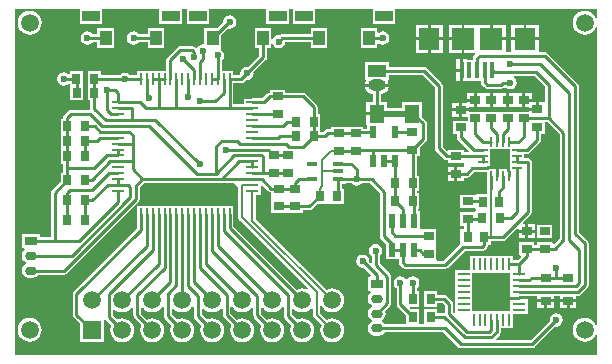
<source format=gtl>
G04 Layer_Physical_Order=1*
G04 Layer_Color=255*
%FSLAX42Y42*%
%MOMM*%
G71*
G01*
G75*
%ADD10R,1.00X0.25*%
%ADD11R,0.25X1.00*%
%ADD12R,0.90X0.70*%
%ADD13R,0.80X0.90*%
%ADD14R,1.50X0.90*%
%ADD15R,1.00X1.30*%
%ADD16R,1.68X1.68*%
%ADD17R,0.82X0.26*%
%ADD18R,0.26X0.82*%
%ADD19R,0.70X0.90*%
%ADD20R,0.40X1.35*%
%ADD21R,1.80X1.90*%
%ADD22R,1.90X1.90*%
%ADD23R,0.90X0.40*%
%ADD24R,0.56X1.27*%
%ADD25R,3.25X3.25*%
%ADD26R,0.27X1.01*%
%ADD27R,1.01X0.27*%
%ADD28R,0.60X1.10*%
%ADD29R,1.30X1.50*%
%ADD30C,0.25*%
%ADD31C,0.20*%
%ADD32C,0.50*%
%ADD33O,1.00X0.75*%
%ADD34R,1.00X0.75*%
%ADD35C,1.52*%
%ADD36C,1.50*%
%ADD37R,1.50X1.50*%
%ADD38O,1.50X1.00*%
%ADD39R,1.50X1.00*%
%ADD40C,0.60*%
G36*
X12467Y8691D02*
X12454Y8689D01*
X12449Y8701D01*
X12432Y8722D01*
X12411Y8739D01*
X12387Y8749D01*
X12360Y8752D01*
X12333Y8749D01*
X12309Y8739D01*
X12288Y8722D01*
X12271Y8701D01*
X12261Y8677D01*
X12258Y8650D01*
X12261Y8623D01*
X12271Y8599D01*
X12288Y8578D01*
X12309Y8561D01*
X12333Y8551D01*
X12360Y8548D01*
X12387Y8551D01*
X12411Y8561D01*
X12432Y8578D01*
X12449Y8599D01*
X12454Y8611D01*
X12467Y8609D01*
Y6091D01*
X12454Y6089D01*
X12449Y6101D01*
X12432Y6122D01*
X12411Y6139D01*
X12387Y6149D01*
X12360Y6152D01*
X12333Y6149D01*
X12309Y6139D01*
X12288Y6122D01*
X12271Y6101D01*
X12261Y6077D01*
X12258Y6050D01*
X12261Y6023D01*
X12271Y5999D01*
X12288Y5978D01*
X12309Y5961D01*
X12333Y5951D01*
X12360Y5948D01*
X12387Y5951D01*
X12411Y5961D01*
X12432Y5978D01*
X12449Y5999D01*
X12454Y6011D01*
X12467Y6009D01*
Y5833D01*
X7533D01*
Y8767D01*
X8085D01*
Y8640D01*
X8275D01*
Y8767D01*
X8760D01*
Y8640D01*
X8950D01*
Y8767D01*
X8990D01*
Y8640D01*
X9180D01*
Y8767D01*
X9665D01*
Y8640D01*
X9855D01*
Y8767D01*
X9890D01*
Y8640D01*
X10080D01*
Y8767D01*
X10565D01*
Y8640D01*
X10755D01*
Y8767D01*
X12467D01*
Y8691D01*
D02*
G37*
%LPC*%
G36*
X8800Y8605D02*
X8660D01*
Y8553D01*
X8584D01*
X8580Y8560D01*
X8562Y8572D01*
X8540Y8576D01*
X8518Y8572D01*
X8500Y8560D01*
X8488Y8542D01*
X8484Y8520D01*
X8488Y8498D01*
X8500Y8480D01*
X8518Y8468D01*
X8540Y8464D01*
X8562Y8468D01*
X8580Y8480D01*
X8584Y8487D01*
X8660D01*
Y8435D01*
X8800D01*
Y8605D01*
D02*
G37*
G36*
X8375Y8605D02*
X8235D01*
Y8553D01*
X8194D01*
X8190Y8560D01*
X8172Y8572D01*
X8150Y8576D01*
X8128Y8572D01*
X8110Y8560D01*
X8098Y8542D01*
X8094Y8520D01*
X8098Y8498D01*
X8110Y8480D01*
X8128Y8468D01*
X8150Y8464D01*
X8172Y8468D01*
X8190Y8480D01*
X8194Y8487D01*
X8235D01*
Y8435D01*
X8375D01*
Y8605D01*
D02*
G37*
G36*
X7660Y8752D02*
X7633Y8749D01*
X7609Y8739D01*
X7588Y8722D01*
X7571Y8701D01*
X7561Y8677D01*
X7558Y8650D01*
X7561Y8623D01*
X7571Y8599D01*
X7588Y8578D01*
X7609Y8561D01*
X7633Y8551D01*
X7660Y8548D01*
X7687Y8551D01*
X7711Y8561D01*
X7732Y8578D01*
X7749Y8599D01*
X7759Y8623D01*
X7762Y8650D01*
X7759Y8677D01*
X7749Y8701D01*
X7732Y8722D01*
X7711Y8739D01*
X7687Y8749D01*
X7660Y8752D01*
D02*
G37*
G36*
X11970Y8634D02*
X11867D01*
Y8526D01*
X11970D01*
Y8634D01*
D02*
G37*
G36*
X11690D02*
X11582D01*
Y8526D01*
X11690D01*
Y8634D01*
D02*
G37*
G36*
X11160D02*
X11057D01*
Y8526D01*
X11160D01*
Y8634D01*
D02*
G37*
G36*
X11842D02*
X11739D01*
Y8526D01*
X11842D01*
Y8634D01*
D02*
G37*
G36*
X11032D02*
X10929D01*
Y8526D01*
X11032D01*
Y8634D01*
D02*
G37*
G36*
X11317D02*
X11209D01*
Y8526D01*
X11317D01*
Y8634D01*
D02*
G37*
G36*
X9355Y8711D02*
X9333Y8707D01*
X9315Y8695D01*
X9303Y8677D01*
X9299Y8656D01*
X9248Y8605D01*
X9140D01*
Y8475D01*
X9130Y8466D01*
X9130Y8466D01*
X9108Y8462D01*
X9090Y8450D01*
X9081Y8436D01*
X9068Y8433D01*
X9065Y8434D01*
X9056Y8444D01*
X9045Y8451D01*
X9032Y8453D01*
X8937D01*
X8924Y8451D01*
X8914Y8444D01*
X8829Y8359D01*
X8822Y8348D01*
X8819Y8335D01*
Y8240D01*
X8570D01*
Y8203D01*
X8512D01*
X8507Y8210D01*
X8489Y8222D01*
X8468Y8226D01*
X8446Y8222D01*
X8428Y8210D01*
X8425Y8206D01*
X8262D01*
Y8238D01*
X8153D01*
Y8107D01*
X8153D01*
Y7993D01*
X8174D01*
Y7922D01*
X8174Y7921D01*
X8164Y7908D01*
X8010D01*
X7997Y7906D01*
X7986Y7899D01*
X7954Y7866D01*
X7947Y7855D01*
X7944Y7843D01*
Y7838D01*
X7922D01*
Y7708D01*
Y7580D01*
Y7453D01*
X7944D01*
Y7380D01*
X7922D01*
Y7307D01*
X7849Y7234D01*
X7842Y7223D01*
X7839Y7210D01*
Y6834D01*
X7745D01*
Y6864D01*
X7595D01*
Y6738D01*
X7614D01*
X7618Y6725D01*
X7612Y6721D01*
X7598Y6701D01*
X7593Y6676D01*
X7598Y6651D01*
X7612Y6631D01*
X7627Y6621D01*
Y6606D01*
X7612Y6596D01*
X7598Y6576D01*
X7593Y6551D01*
X7598Y6526D01*
X7612Y6506D01*
X7633Y6492D01*
X7657Y6487D01*
X7682D01*
X7707Y6492D01*
X7728Y6506D01*
X7735Y6517D01*
X7955D01*
X7967Y6519D01*
X7978Y6526D01*
X8581Y7129D01*
X8588Y7140D01*
X8591Y7153D01*
Y7253D01*
X8629Y7291D01*
X9285D01*
X9287Y7292D01*
X9388D01*
X9424Y7256D01*
Y7005D01*
X9424Y7005D01*
X9427Y6993D01*
X9433Y6983D01*
X10015Y6402D01*
X10007Y6391D01*
X9994Y6397D01*
X9968Y6400D01*
X9942Y6397D01*
X9924Y6390D01*
X9386Y6928D01*
Y7030D01*
X9385Y7034D01*
Y7100D01*
X9185D01*
Y7100D01*
X9035D01*
Y7100D01*
X8920D01*
Y7100D01*
X8770D01*
Y7100D01*
X8685D01*
Y7100D01*
X8570D01*
Y7034D01*
X8569Y7030D01*
Y6911D01*
X8034Y6376D01*
X8027Y6365D01*
X8024Y6353D01*
Y6178D01*
X8027Y6165D01*
X8034Y6154D01*
X8090Y6098D01*
Y5945D01*
X8290D01*
Y6134D01*
X8290Y6134D01*
Y6134D01*
X8290Y6137D01*
X8298Y6139D01*
D01*
X8298Y6139D01*
X8309Y6133D01*
X8353Y6089D01*
X8346Y6071D01*
X8343Y6045D01*
X8346Y6019D01*
X8356Y5994D01*
X8372Y5973D01*
X8393Y5957D01*
X8418Y5947D01*
X8444Y5944D01*
X8470Y5947D01*
X8495Y5957D01*
X8516Y5973D01*
X8532Y5994D01*
X8542Y6019D01*
X8545Y6045D01*
X8542Y6071D01*
X8532Y6096D01*
X8516Y6117D01*
X8495Y6133D01*
X8470Y6143D01*
X8444Y6146D01*
X8418Y6143D01*
X8400Y6136D01*
X8363Y6173D01*
Y6220D01*
X8376Y6225D01*
X8393Y6211D01*
X8418Y6201D01*
X8444Y6198D01*
X8470Y6201D01*
X8495Y6211D01*
X8516Y6227D01*
X8526Y6242D01*
X8539Y6237D01*
Y6171D01*
X8542Y6158D01*
X8549Y6147D01*
X8607Y6089D01*
X8600Y6071D01*
X8597Y6045D01*
X8600Y6019D01*
X8610Y5994D01*
X8626Y5973D01*
X8647Y5957D01*
X8672Y5947D01*
X8698Y5944D01*
X8724Y5947D01*
X8749Y5957D01*
X8770Y5973D01*
X8786Y5994D01*
X8796Y6019D01*
X8799Y6045D01*
X8796Y6071D01*
X8786Y6096D01*
X8770Y6117D01*
X8749Y6133D01*
X8724Y6143D01*
X8698Y6146D01*
X8672Y6143D01*
X8654Y6136D01*
X8606Y6184D01*
Y6233D01*
X8619Y6238D01*
X8626Y6227D01*
X8647Y6211D01*
X8672Y6201D01*
X8698Y6198D01*
X8724Y6201D01*
X8749Y6211D01*
X8770Y6227D01*
X8784Y6246D01*
X8793Y6245D01*
X8797Y6243D01*
Y6167D01*
X8799Y6154D01*
X8806Y6143D01*
X8861Y6089D01*
X8854Y6071D01*
X8851Y6045D01*
X8854Y6019D01*
X8864Y5994D01*
X8880Y5973D01*
X8901Y5957D01*
X8926Y5947D01*
X8952Y5944D01*
X8978Y5947D01*
X9003Y5957D01*
X9024Y5973D01*
X9040Y5994D01*
X9050Y6019D01*
X9053Y6045D01*
X9050Y6071D01*
X9040Y6096D01*
X9024Y6117D01*
X9003Y6133D01*
X8978Y6143D01*
X8952Y6146D01*
X8926Y6143D01*
X8908Y6136D01*
X8863Y6181D01*
Y6229D01*
X8876Y6233D01*
X8880Y6227D01*
X8901Y6211D01*
X8926Y6201D01*
X8952Y6198D01*
X8978Y6201D01*
X9003Y6211D01*
X9024Y6227D01*
X9039Y6247D01*
X9040Y6247D01*
X9052Y6239D01*
Y6166D01*
X9054Y6153D01*
X9061Y6142D01*
X9115Y6089D01*
X9108Y6071D01*
X9105Y6045D01*
X9108Y6019D01*
X9118Y5994D01*
X9134Y5973D01*
X9155Y5957D01*
X9180Y5947D01*
X9206Y5944D01*
X9232Y5947D01*
X9257Y5957D01*
X9278Y5973D01*
X9294Y5994D01*
X9304Y6019D01*
X9307Y6045D01*
X9304Y6071D01*
X9294Y6096D01*
X9278Y6117D01*
X9257Y6133D01*
X9232Y6143D01*
X9206Y6146D01*
X9180Y6143D01*
X9162Y6136D01*
X9118Y6180D01*
Y6229D01*
X9130Y6233D01*
X9134Y6227D01*
X9155Y6211D01*
X9180Y6201D01*
X9206Y6198D01*
X9232Y6201D01*
X9257Y6211D01*
X9278Y6227D01*
X9281Y6232D01*
X9294Y6228D01*
Y6178D01*
X9297Y6165D01*
X9304Y6154D01*
X9369Y6089D01*
X9362Y6071D01*
X9359Y6045D01*
X9362Y6019D01*
X9372Y5994D01*
X9388Y5973D01*
X9409Y5957D01*
X9434Y5947D01*
X9460Y5944D01*
X9486Y5947D01*
X9511Y5957D01*
X9532Y5973D01*
X9548Y5994D01*
X9558Y6019D01*
X9561Y6045D01*
X9558Y6071D01*
X9548Y6096D01*
X9532Y6117D01*
X9511Y6133D01*
X9486Y6143D01*
X9460Y6146D01*
X9434Y6143D01*
X9416Y6136D01*
X9361Y6191D01*
Y6243D01*
X9368Y6246D01*
X9374Y6247D01*
X9388Y6227D01*
X9409Y6211D01*
X9434Y6201D01*
X9460Y6198D01*
X9486Y6201D01*
X9511Y6211D01*
X9532Y6227D01*
X9541Y6240D01*
X9554Y6236D01*
Y6172D01*
X9557Y6159D01*
X9564Y6148D01*
X9623Y6089D01*
X9616Y6071D01*
X9613Y6045D01*
X9616Y6019D01*
X9626Y5994D01*
X9642Y5973D01*
X9663Y5957D01*
X9688Y5947D01*
X9714Y5944D01*
X9740Y5947D01*
X9765Y5957D01*
X9786Y5973D01*
X9802Y5994D01*
X9812Y6019D01*
X9815Y6045D01*
X9812Y6071D01*
X9802Y6096D01*
X9786Y6117D01*
X9765Y6133D01*
X9740Y6143D01*
X9714Y6146D01*
X9688Y6143D01*
X9670Y6136D01*
X9621Y6185D01*
Y6235D01*
X9634Y6239D01*
X9642Y6227D01*
X9663Y6211D01*
X9688Y6201D01*
X9714Y6198D01*
X9740Y6201D01*
X9765Y6211D01*
X9786Y6227D01*
X9799Y6245D01*
X9812Y6240D01*
Y6168D01*
X9814Y6155D01*
X9821Y6144D01*
X9877Y6089D01*
X9870Y6071D01*
X9867Y6045D01*
X9870Y6019D01*
X9880Y5994D01*
X9896Y5973D01*
X9917Y5957D01*
X9942Y5947D01*
X9968Y5944D01*
X9994Y5947D01*
X10019Y5957D01*
X10040Y5973D01*
X10056Y5994D01*
X10066Y6019D01*
X10069Y6045D01*
X10066Y6071D01*
X10056Y6096D01*
X10040Y6117D01*
X10019Y6133D01*
X9994Y6143D01*
X9968Y6146D01*
X9942Y6143D01*
X9924Y6136D01*
X9878Y6182D01*
Y6230D01*
X9891Y6234D01*
X9896Y6227D01*
X9917Y6211D01*
X9942Y6201D01*
X9968Y6198D01*
X9994Y6201D01*
X10019Y6211D01*
X10040Y6227D01*
X10047Y6237D01*
X10059Y6232D01*
Y6177D01*
X10059Y6177D01*
X10062Y6165D01*
X10068Y6155D01*
X10132Y6091D01*
X10124Y6071D01*
X10121Y6045D01*
X10124Y6019D01*
X10134Y5994D01*
X10150Y5973D01*
X10171Y5957D01*
X10196Y5947D01*
X10222Y5944D01*
X10248Y5947D01*
X10273Y5957D01*
X10294Y5973D01*
X10310Y5994D01*
X10320Y6019D01*
X10323Y6045D01*
X10320Y6071D01*
X10310Y6096D01*
X10294Y6117D01*
X10273Y6133D01*
X10248Y6143D01*
X10222Y6146D01*
X10196Y6143D01*
X10176Y6135D01*
X10121Y6190D01*
Y6248D01*
X10133Y6251D01*
X10134Y6248D01*
X10150Y6227D01*
X10171Y6211D01*
X10196Y6201D01*
X10222Y6198D01*
X10248Y6201D01*
X10273Y6211D01*
X10294Y6227D01*
X10310Y6248D01*
X10320Y6273D01*
X10323Y6299D01*
X10320Y6325D01*
X10310Y6350D01*
X10294Y6371D01*
X10273Y6387D01*
X10248Y6397D01*
X10222Y6400D01*
X10196Y6397D01*
X10176Y6389D01*
X9578Y6986D01*
Y7193D01*
X9618D01*
Y7269D01*
X9629Y7274D01*
X9681Y7221D01*
X9692Y7214D01*
X9705Y7212D01*
Y7150D01*
Y7040D01*
X9835D01*
Y7040D01*
X9845Y7040D01*
Y7040D01*
X9975D01*
Y7062D01*
X10030D01*
X10043Y7064D01*
X10054Y7071D01*
X10097Y7115D01*
X10170D01*
Y7239D01*
X10170Y7239D01*
X10170Y7115D01*
X10320D01*
Y7245D01*
X10303D01*
Y7285D01*
X10335D01*
Y7292D01*
X10386D01*
X10390Y7285D01*
X10408Y7273D01*
X10430Y7269D01*
X10452Y7273D01*
X10470Y7285D01*
X10474Y7292D01*
X10541D01*
X10627Y7206D01*
Y6841D01*
X10629Y6828D01*
X10636Y6818D01*
X10678Y6776D01*
Y6645D01*
X10787D01*
Y6620D01*
X10789Y6607D01*
X10796Y6596D01*
X10816Y6576D01*
X10827Y6569D01*
X10840Y6567D01*
X11180D01*
X11193Y6569D01*
X11204Y6576D01*
X11344Y6717D01*
X11490D01*
X11503Y6719D01*
X11514Y6726D01*
X11531Y6744D01*
X11538Y6755D01*
X11541Y6768D01*
Y6770D01*
X11568D01*
Y6802D01*
X11668D01*
X11681Y6804D01*
X11691Y6811D01*
X11788Y6908D01*
X11800Y6903D01*
Y6898D01*
X11857D01*
Y6945D01*
X11842D01*
X11837Y6957D01*
X11901Y7021D01*
X11908Y7032D01*
X11911Y7045D01*
Y7470D01*
X11908Y7483D01*
X11901Y7494D01*
X11890Y7501D01*
X11878Y7503D01*
X11849D01*
Y7537D01*
X11868D01*
X11880Y7539D01*
X11891Y7546D01*
X11981Y7636D01*
X11988Y7647D01*
X11991Y7660D01*
Y7710D01*
X12022D01*
Y7809D01*
X12041D01*
X12147Y7704D01*
Y6824D01*
X12098Y6775D01*
X12085Y6780D01*
Y6790D01*
X11955D01*
Y6768D01*
X11935D01*
Y6790D01*
X11805D01*
Y6680D01*
X11816D01*
X11821Y6668D01*
X11792Y6639D01*
X11754D01*
Y6676D01*
X11386D01*
Y6558D01*
X11382D01*
Y6554D01*
X11264D01*
Y6486D01*
Y6387D01*
Y6287D01*
Y6198D01*
X11252Y6193D01*
X11243Y6200D01*
Y6270D01*
X11241Y6283D01*
X11234Y6294D01*
X11194Y6334D01*
X11183Y6341D01*
X11170Y6343D01*
X11110D01*
Y6375D01*
X11000D01*
Y6245D01*
X11110D01*
Y6277D01*
X11156D01*
X11177Y6256D01*
Y6199D01*
X11170Y6193D01*
X11110D01*
Y6225D01*
X11000D01*
Y6096D01*
X10960D01*
Y6225D01*
X10887D01*
X10880Y6234D01*
X10885Y6245D01*
X10960D01*
Y6375D01*
X10938D01*
Y6401D01*
X10945Y6405D01*
X10957Y6423D01*
X10961Y6445D01*
X10957Y6467D01*
X10945Y6485D01*
X10927Y6497D01*
X10905Y6501D01*
X10883Y6497D01*
X10865Y6485D01*
X10860Y6478D01*
X10845D01*
X10840Y6485D01*
X10822Y6497D01*
X10800Y6501D01*
X10778Y6497D01*
X10760Y6485D01*
X10748Y6467D01*
X10744Y6445D01*
X10748Y6423D01*
X10760Y6405D01*
X10767Y6401D01*
Y6265D01*
X10769Y6252D01*
X10776Y6241D01*
X10850Y6168D01*
Y6096D01*
X10666D01*
X10658Y6108D01*
X10643Y6118D01*
Y6132D01*
X10658Y6142D01*
X10672Y6163D01*
X10677Y6187D01*
X10672Y6212D01*
X10672Y6212D01*
X10714Y6254D01*
X10721Y6265D01*
X10723Y6277D01*
Y6500D01*
X10721Y6513D01*
X10714Y6524D01*
X10623Y6614D01*
Y6676D01*
X10630Y6680D01*
X10642Y6698D01*
X10646Y6720D01*
X10642Y6742D01*
X10630Y6760D01*
X10612Y6772D01*
X10590Y6776D01*
X10568Y6772D01*
X10550Y6760D01*
X10538Y6742D01*
X10534Y6720D01*
X10538Y6698D01*
X10550Y6680D01*
X10557Y6676D01*
Y6617D01*
X10545Y6612D01*
X10535Y6622D01*
X10536Y6630D01*
X10532Y6652D01*
X10520Y6670D01*
X10502Y6682D01*
X10480Y6686D01*
X10458Y6682D01*
X10440Y6670D01*
X10428Y6652D01*
X10424Y6630D01*
X10428Y6608D01*
X10440Y6590D01*
X10458Y6578D01*
X10480Y6574D01*
X10488Y6575D01*
X10551Y6512D01*
X10546Y6500D01*
X10525D01*
Y6375D01*
X10544D01*
X10548Y6362D01*
X10542Y6358D01*
X10528Y6337D01*
X10523Y6313D01*
X10528Y6288D01*
X10542Y6267D01*
X10557Y6257D01*
Y6243D01*
X10542Y6233D01*
X10528Y6212D01*
X10523Y6187D01*
X10528Y6163D01*
X10542Y6142D01*
X10557Y6132D01*
Y6118D01*
X10542Y6108D01*
X10528Y6087D01*
X10523Y6062D01*
X10528Y6038D01*
X10542Y6017D01*
X10563Y6003D01*
X10588Y5998D01*
X10612D01*
X10637Y6003D01*
X10658Y6017D01*
X10666Y6029D01*
X11164D01*
X11286Y5906D01*
X11297Y5899D01*
X11310Y5897D01*
X11916D01*
X11929Y5899D01*
X11940Y5906D01*
X12112Y6079D01*
X12120Y6077D01*
X12142Y6081D01*
X12160Y6094D01*
X12172Y6112D01*
X12176Y6134D01*
X12172Y6155D01*
X12160Y6173D01*
X12142Y6186D01*
X12120Y6190D01*
X12098Y6186D01*
X12080Y6173D01*
X12068Y6155D01*
X12064Y6134D01*
X12065Y6126D01*
X11903Y5963D01*
X11611D01*
X11606Y5975D01*
X11640Y6008D01*
X11647Y6019D01*
X11650Y6032D01*
Y6063D01*
X11754D01*
Y6182D01*
X11758D01*
Y6187D01*
X11876D01*
Y6281D01*
X11882D01*
Y6307D01*
X11806D01*
Y6333D01*
X11882D01*
Y6337D01*
X11960D01*
Y6308D01*
X12100D01*
Y6337D01*
X12150D01*
Y6308D01*
X12290D01*
Y6337D01*
X12300D01*
X12313Y6339D01*
X12324Y6346D01*
X12384Y6406D01*
X12391Y6417D01*
X12393Y6430D01*
Y6780D01*
X12391Y6793D01*
X12384Y6804D01*
X12313Y6874D01*
Y8110D01*
X12311Y8123D01*
X12304Y8134D01*
X12044Y8394D01*
X12033Y8401D01*
X12020Y8403D01*
X11970D01*
Y8501D01*
X11854D01*
X11739D01*
Y8403D01*
X11690D01*
Y8501D01*
X11569D01*
Y8514D01*
X11557D01*
Y8634D01*
X11342D01*
Y8514D01*
Y8393D01*
X11429D01*
X11434Y8381D01*
X11426Y8373D01*
X11418Y8362D01*
X11416Y8349D01*
Y8333D01*
X11365D01*
Y8339D01*
X11332D01*
Y8246D01*
Y8153D01*
X11365D01*
Y8158D01*
X11481D01*
Y8146D01*
X11483Y8133D01*
X11491Y8122D01*
X11511Y8101D01*
X11522Y8094D01*
X11535Y8092D01*
X11655D01*
X11668Y8094D01*
X11675Y8099D01*
X11690Y8100D01*
X11708Y8088D01*
X11730Y8084D01*
X11752Y8088D01*
X11770Y8100D01*
X11782Y8118D01*
X11786Y8140D01*
X11782Y8162D01*
X11770Y8180D01*
X11761Y8186D01*
X11765Y8199D01*
X11934D01*
X12022Y8111D01*
Y7975D01*
X11970D01*
Y7915D01*
X11957D01*
Y7902D01*
X11887D01*
Y7897D01*
X11778D01*
Y7897D01*
X11775D01*
Y7897D01*
X11645D01*
Y7897D01*
X11632D01*
Y7897D01*
X11503D01*
Y7897D01*
X11497D01*
Y7897D01*
X11380D01*
Y7900D01*
X11323D01*
Y7852D01*
X11368D01*
Y7818D01*
X11245D01*
Y7707D01*
X11277D01*
Y7680D01*
X11279Y7667D01*
X11286Y7656D01*
X11378Y7565D01*
X11373Y7553D01*
X11335D01*
Y7575D01*
X11205D01*
Y7570D01*
X11192Y7565D01*
X11157Y7600D01*
Y8117D01*
X11154Y8129D01*
X11147Y8140D01*
X11021Y8266D01*
X11010Y8273D01*
X10998Y8276D01*
X10700D01*
Y8318D01*
X10500D01*
Y8167D01*
X10504D01*
X10505Y8164D01*
X10509Y8154D01*
X10502Y8137D01*
X10501Y8130D01*
X10600D01*
X10699D01*
X10698Y8137D01*
X10691Y8154D01*
X10695Y8164D01*
X10696Y8167D01*
X10700D01*
Y8209D01*
X10984D01*
X11090Y8103D01*
Y7587D01*
X11093Y7574D01*
X11100Y7563D01*
X11166Y7496D01*
X11177Y7489D01*
X11190Y7487D01*
X11205D01*
Y7465D01*
X11335D01*
Y7436D01*
X11333Y7430D01*
X11283D01*
Y7370D01*
Y7310D01*
X11340D01*
Y7337D01*
X11360D01*
X11373Y7339D01*
X11384Y7346D01*
X11410Y7372D01*
X11419Y7381D01*
X11419Y7382D01*
X11535D01*
Y7352D01*
X11534Y7350D01*
Y7245D01*
X11537Y7232D01*
X11537Y7232D01*
Y7200D01*
X11438D01*
Y7200D01*
X11432Y7193D01*
X11303D01*
Y7082D01*
X11432D01*
X11433Y7081D01*
X11437Y7070D01*
X11438Y7060D01*
X11435Y7048D01*
X11432Y7043D01*
X11303D01*
Y6932D01*
X11334D01*
Y6900D01*
X11307D01*
Y6774D01*
X11306Y6774D01*
X11166Y6633D01*
X11115D01*
X11105Y6640D01*
Y6750D01*
Y6790D01*
Y6900D01*
X10975D01*
Y6891D01*
X10975Y6891D01*
X10962Y6901D01*
Y7055D01*
X10947D01*
Y7075D01*
X10960D01*
Y7205D01*
X10938D01*
Y7225D01*
X10960D01*
Y7355D01*
X10938D01*
Y7520D01*
X10965D01*
Y7593D01*
X11014Y7641D01*
X11021Y7652D01*
X11023Y7665D01*
Y7798D01*
X11021Y7810D01*
X11014Y7821D01*
X10985Y7850D01*
Y7975D01*
X10815D01*
Y7926D01*
X10690D01*
Y7980D01*
X10633D01*
Y8043D01*
X10645Y8044D01*
X10663Y8052D01*
X10679Y8064D01*
X10691Y8079D01*
X10698Y8098D01*
X10699Y8105D01*
X10600D01*
X10501D01*
X10502Y8098D01*
X10509Y8079D01*
X10521Y8064D01*
X10537Y8052D01*
X10555Y8044D01*
X10567Y8043D01*
Y7980D01*
X10510D01*
Y7893D01*
X10600D01*
Y7867D01*
X10510D01*
Y7780D01*
X10515D01*
Y7753D01*
X10485D01*
Y7770D01*
X10355D01*
Y7770D01*
X10345Y7770D01*
Y7770D01*
X10215D01*
Y7748D01*
X10185D01*
X10172Y7746D01*
X10161Y7739D01*
X10146Y7723D01*
X10120D01*
Y7875D01*
X10098D01*
Y7935D01*
X10096Y7948D01*
X10089Y7959D01*
X9999Y8049D01*
X9988Y8056D01*
X9975Y8058D01*
X9825D01*
Y8080D01*
X9695D01*
Y8058D01*
X9682Y8056D01*
X9671Y8049D01*
X9631Y8008D01*
X9547D01*
X9543Y8007D01*
X9478D01*
Y7958D01*
X9386D01*
Y8137D01*
X9450D01*
X9463Y8139D01*
X9474Y8146D01*
X9492Y8165D01*
X9500Y8164D01*
X9522Y8168D01*
X9540Y8180D01*
X9552Y8198D01*
X9556Y8220D01*
X9555Y8228D01*
X9659Y8331D01*
X9666Y8342D01*
X9668Y8355D01*
Y8435D01*
X9705D01*
Y8468D01*
X9718Y8469D01*
X9718Y8468D01*
X9730Y8450D01*
X9748Y8438D01*
X9770Y8434D01*
X9792Y8438D01*
X9810Y8450D01*
X9822Y8468D01*
X9826Y8487D01*
X10040D01*
Y8435D01*
X10180D01*
Y8605D01*
X10040D01*
Y8553D01*
X9800D01*
X9787Y8551D01*
X9778Y8545D01*
X9770Y8546D01*
X9748Y8542D01*
X9730Y8530D01*
X9718Y8512D01*
X9718Y8511D01*
X9705Y8512D01*
Y8605D01*
X9565D01*
Y8435D01*
X9602D01*
Y8369D01*
X9508Y8275D01*
X9500Y8276D01*
X9478Y8272D01*
X9460Y8260D01*
X9448Y8242D01*
X9444Y8220D01*
X9445Y8212D01*
X9436Y8203D01*
X9385D01*
Y8240D01*
X9286D01*
Y8328D01*
X9292Y8333D01*
X9305Y8351D01*
X9309Y8372D01*
X9305Y8394D01*
X9292Y8412D01*
X9278Y8422D01*
X9280Y8435D01*
X9280D01*
Y8543D01*
X9339Y8602D01*
X9355Y8599D01*
X9377Y8603D01*
X9395Y8615D01*
X9407Y8633D01*
X9411Y8655D01*
X9407Y8677D01*
X9395Y8695D01*
X9377Y8707D01*
X9355Y8711D01*
D02*
G37*
G36*
X10605Y8605D02*
X10465D01*
Y8435D01*
X10605D01*
Y8468D01*
X10618Y8475D01*
X10628Y8468D01*
X10650Y8464D01*
X10672Y8468D01*
X10690Y8480D01*
X10702Y8498D01*
X10706Y8520D01*
X10702Y8542D01*
X10690Y8560D01*
X10672Y8572D01*
X10650Y8576D01*
X10628Y8572D01*
X10618Y8565D01*
X10605Y8572D01*
Y8605D01*
D02*
G37*
G36*
X11317Y8501D02*
X11209D01*
Y8393D01*
X11317D01*
Y8501D01*
D02*
G37*
G36*
X11160D02*
X11057D01*
Y8393D01*
X11160D01*
Y8501D01*
D02*
G37*
G36*
X11032D02*
X10929D01*
Y8393D01*
X11032D01*
Y8501D01*
D02*
G37*
G36*
X11307Y8339D02*
X11274D01*
Y8259D01*
X11307D01*
Y8339D01*
D02*
G37*
G36*
X8112Y8238D02*
X8003D01*
Y8217D01*
X7990Y8212D01*
X7972Y8225D01*
X7950Y8229D01*
X7928Y8225D01*
X7910Y8212D01*
X7898Y8194D01*
X7894Y8172D01*
X7898Y8151D01*
X7910Y8133D01*
X7928Y8120D01*
X7950Y8116D01*
X7972Y8120D01*
X7990Y8133D01*
X8003Y8128D01*
Y8107D01*
X8003D01*
Y7993D01*
X8113D01*
Y8122D01*
X8112D01*
Y8238D01*
D02*
G37*
G36*
X11307Y8233D02*
X11274D01*
Y8153D01*
X11307D01*
Y8233D01*
D02*
G37*
G36*
X11913Y8053D02*
X11855D01*
Y8005D01*
X11913D01*
Y8053D01*
D02*
G37*
G36*
X11420D02*
X11362D01*
Y8005D01*
X11420D01*
Y8053D01*
D02*
G37*
G36*
X11830D02*
X11723D01*
Y7993D01*
Y7932D01*
X11830D01*
Y7993D01*
Y8053D01*
D02*
G37*
G36*
X11555D02*
X11445D01*
Y7993D01*
Y7932D01*
X11555D01*
Y7993D01*
Y8053D01*
D02*
G37*
G36*
X11638Y8053D02*
Y8053D01*
X11580D01*
Y7993D01*
Y7932D01*
X11638D01*
Y7932D01*
X11640D01*
Y7932D01*
X11697D01*
Y7993D01*
Y8053D01*
X11640D01*
Y8053D01*
X11638D01*
D02*
G37*
G36*
X11913Y7980D02*
X11855D01*
Y7932D01*
X11887D01*
Y7928D01*
X11945D01*
Y7975D01*
X11913D01*
Y7980D01*
D02*
G37*
G36*
X11420D02*
X11362D01*
Y7973D01*
X11323D01*
Y7925D01*
X11380D01*
Y7932D01*
X11420D01*
Y7980D01*
D02*
G37*
G36*
X11297Y7973D02*
X11240D01*
Y7925D01*
X11297D01*
Y7973D01*
D02*
G37*
G36*
Y7900D02*
X11240D01*
Y7852D01*
X11297D01*
Y7900D01*
D02*
G37*
G36*
X11257Y7430D02*
X11200D01*
Y7383D01*
X11257D01*
Y7430D01*
D02*
G37*
G36*
Y7357D02*
X11200D01*
Y7310D01*
X11257D01*
Y7357D01*
D02*
G37*
G36*
X11940Y6945D02*
X11883D01*
Y6898D01*
X11940D01*
Y6945D01*
D02*
G37*
G36*
X12085Y6940D02*
X11955D01*
Y6830D01*
X12085D01*
Y6940D01*
D02*
G37*
G36*
X11940Y6872D02*
X11883D01*
Y6825D01*
X11940D01*
Y6872D01*
D02*
G37*
G36*
X11857D02*
X11800D01*
Y6825D01*
X11857D01*
Y6872D01*
D02*
G37*
G36*
X12290Y6282D02*
X12233D01*
Y6235D01*
X12290D01*
Y6282D01*
D02*
G37*
G36*
X12207D02*
X12150D01*
Y6235D01*
X12207D01*
Y6282D01*
D02*
G37*
G36*
X12100D02*
X12043D01*
Y6235D01*
X12100D01*
Y6282D01*
D02*
G37*
G36*
X12017D02*
X11960D01*
Y6235D01*
X12017D01*
Y6282D01*
D02*
G37*
G36*
X7660Y6152D02*
X7633Y6149D01*
X7609Y6139D01*
X7588Y6122D01*
X7571Y6101D01*
X7561Y6077D01*
X7558Y6050D01*
X7561Y6023D01*
X7571Y5999D01*
X7588Y5978D01*
X7609Y5961D01*
X7633Y5951D01*
X7660Y5948D01*
X7687Y5951D01*
X7711Y5961D01*
X7732Y5978D01*
X7749Y5999D01*
X7759Y6023D01*
X7762Y6050D01*
X7759Y6077D01*
X7749Y6101D01*
X7732Y6122D01*
X7711Y6139D01*
X7687Y6149D01*
X7660Y6152D01*
D02*
G37*
%LPD*%
D10*
X8407Y7225D02*
D03*
Y7275D02*
D03*
Y7325D02*
D03*
Y7375D02*
D03*
Y7425D02*
D03*
Y7475D02*
D03*
Y7525D02*
D03*
Y7575D02*
D03*
Y7625D02*
D03*
Y7675D02*
D03*
Y7725D02*
D03*
Y7775D02*
D03*
Y7825D02*
D03*
Y7875D02*
D03*
Y7925D02*
D03*
Y7975D02*
D03*
X9547D02*
D03*
Y7925D02*
D03*
Y7875D02*
D03*
Y7825D02*
D03*
Y7775D02*
D03*
Y7725D02*
D03*
Y7675D02*
D03*
Y7625D02*
D03*
Y7575D02*
D03*
Y7525D02*
D03*
Y7475D02*
D03*
Y7425D02*
D03*
Y7375D02*
D03*
Y7325D02*
D03*
Y7275D02*
D03*
Y7225D02*
D03*
D11*
X8603Y8170D02*
D03*
X8653D02*
D03*
X8703D02*
D03*
X8753D02*
D03*
X8803D02*
D03*
X8853D02*
D03*
X8903D02*
D03*
X8953D02*
D03*
X9003D02*
D03*
X9053D02*
D03*
X9103D02*
D03*
X9153D02*
D03*
X9203D02*
D03*
X9253D02*
D03*
X9303D02*
D03*
X9353D02*
D03*
Y7030D02*
D03*
X9253D02*
D03*
X9203D02*
D03*
X9153D02*
D03*
X9053D02*
D03*
X8953D02*
D03*
X8853D02*
D03*
X8753D02*
D03*
X8653D02*
D03*
X8603D02*
D03*
X8703D02*
D03*
X8803D02*
D03*
X8903D02*
D03*
X9003D02*
D03*
X9103D02*
D03*
X9303D02*
D03*
D12*
X11710Y7993D02*
D03*
Y7843D02*
D03*
X11843D02*
D03*
Y7993D02*
D03*
X11270Y7370D02*
D03*
Y7520D02*
D03*
X11368Y7138D02*
D03*
Y6988D02*
D03*
X11957Y7765D02*
D03*
Y7915D02*
D03*
X11310Y7762D02*
D03*
Y7912D02*
D03*
X11432Y7843D02*
D03*
Y7993D02*
D03*
X11568Y7843D02*
D03*
Y7993D02*
D03*
X12220Y6295D02*
D03*
X12220Y6490D02*
D03*
X12030Y6295D02*
D03*
X12030Y6490D02*
D03*
X9770Y7245D02*
D03*
Y7095D02*
D03*
X9910Y7245D02*
D03*
X9910Y7095D02*
D03*
X9730Y7375D02*
D03*
Y7525D02*
D03*
X9850Y7375D02*
D03*
Y7525D02*
D03*
X11040Y6845D02*
D03*
Y6695D02*
D03*
X11870Y6885D02*
D03*
X11870Y6735D02*
D03*
X12020Y6885D02*
D03*
Y6735D02*
D03*
X9760Y7875D02*
D03*
Y8025D02*
D03*
X10280Y7715D02*
D03*
Y7565D02*
D03*
X10420Y7715D02*
D03*
Y7565D02*
D03*
X10900Y7725D02*
D03*
Y7575D02*
D03*
D13*
X11638Y7135D02*
D03*
X11497Y7135D02*
D03*
X11368Y6835D02*
D03*
X11507D02*
D03*
D14*
X8180Y8705D02*
D03*
X8855D02*
D03*
X9085D02*
D03*
X9760D02*
D03*
X9985D02*
D03*
X10660D02*
D03*
D15*
X8305Y8520D02*
D03*
X8730Y8520D02*
D03*
X9210Y8520D02*
D03*
X9635Y8520D02*
D03*
X10110Y8520D02*
D03*
X10535Y8520D02*
D03*
D16*
X11643Y7495D02*
D03*
D17*
X11788Y7570D02*
D03*
Y7520D02*
D03*
X11788Y7470D02*
D03*
X11788Y7420D02*
D03*
X11497Y7420D02*
D03*
Y7470D02*
D03*
Y7520D02*
D03*
X11497Y7570D02*
D03*
D18*
X11568Y7640D02*
D03*
X11618Y7640D02*
D03*
X11668Y7640D02*
D03*
X11718D02*
D03*
Y7350D02*
D03*
X11668Y7350D02*
D03*
X11618D02*
D03*
X11568Y7350D02*
D03*
D19*
X8128Y7645D02*
D03*
X7978D02*
D03*
X8128Y7518D02*
D03*
X7978D02*
D03*
X8128Y6978D02*
D03*
X7978Y6978D02*
D03*
X8128Y7773D02*
D03*
X7978D02*
D03*
X8058Y8057D02*
D03*
X8207D02*
D03*
X8057Y8172D02*
D03*
X8207Y8172D02*
D03*
X11643Y6995D02*
D03*
X11493D02*
D03*
X7978Y7145D02*
D03*
X8128Y7145D02*
D03*
X8128Y7315D02*
D03*
X7978D02*
D03*
X10905Y7140D02*
D03*
X10755Y7140D02*
D03*
X10905Y7290D02*
D03*
X10755D02*
D03*
X10905Y6160D02*
D03*
X11055Y6160D02*
D03*
X10905Y6310D02*
D03*
X11055Y6310D02*
D03*
X10265Y7180D02*
D03*
X10115D02*
D03*
X9915Y7690D02*
D03*
X10065D02*
D03*
X9915Y7810D02*
D03*
X10065D02*
D03*
D20*
X11579Y8246D02*
D03*
X11514D02*
D03*
X11449D02*
D03*
X11384D02*
D03*
X11319D02*
D03*
D21*
X11854Y8514D02*
D03*
X11044D02*
D03*
D22*
X11569D02*
D03*
X11329D02*
D03*
D23*
X10050Y7325D02*
D03*
Y7455D02*
D03*
X10270D02*
D03*
Y7390D02*
D03*
Y7325D02*
D03*
D24*
X10914Y6728D02*
D03*
X10820D02*
D03*
X10726D02*
D03*
Y6972D02*
D03*
X10820D02*
D03*
X10914D02*
D03*
D25*
X11570Y6370D02*
D03*
D26*
X11720Y6134D02*
D03*
X11670D02*
D03*
X11620D02*
D03*
X11570D02*
D03*
X11520D02*
D03*
X11470D02*
D03*
X11420D02*
D03*
Y6606D02*
D03*
X11470D02*
D03*
X11520D02*
D03*
X11570D02*
D03*
X11620D02*
D03*
X11670D02*
D03*
X11720D02*
D03*
D27*
X11334Y6220D02*
D03*
Y6270D02*
D03*
Y6320D02*
D03*
Y6370D02*
D03*
Y6420D02*
D03*
Y6470D02*
D03*
Y6520D02*
D03*
X11806D02*
D03*
Y6470D02*
D03*
Y6420D02*
D03*
Y6370D02*
D03*
Y6320D02*
D03*
Y6270D02*
D03*
Y6220D02*
D03*
D28*
X10565Y7720D02*
D03*
X10755D02*
D03*
Y7480D02*
D03*
X10660D02*
D03*
X10565D02*
D03*
D29*
X10600Y7880D02*
D03*
X10900D02*
D03*
D30*
X11570Y6370D02*
X11620Y6320D01*
X11806D01*
X11670Y8140D02*
X11730D01*
X11655Y8125D02*
X11670Y8140D01*
X11535Y8125D02*
X11655D01*
X11514Y8146D02*
X11535Y8125D01*
X11514Y8146D02*
Y8246D01*
X8330Y6352D02*
X8703Y6724D01*
X8330Y6159D02*
Y6352D01*
Y6159D02*
X8444Y6045D01*
X8000Y7230D02*
X8185D01*
X7978Y7207D02*
X8000Y7230D01*
X7978Y7145D02*
Y7207D01*
X8077Y6801D02*
X8407Y7131D01*
X7670Y6801D02*
X8077D01*
X7872D02*
Y7210D01*
X7955Y6550D02*
X8557Y7153D01*
X7670Y6550D02*
X7955D01*
X8540Y8520D02*
X8730D01*
X11123Y7587D02*
Y8117D01*
Y7587D02*
X11190Y7520D01*
X8653Y8035D02*
X8675Y8012D01*
X8753Y7925D02*
Y8170D01*
X10600Y6438D02*
Y6510D01*
X10480Y6630D02*
X10600Y6510D01*
X10962Y6728D02*
X10995Y6695D01*
X10914Y6728D02*
X10962D01*
X10995Y6695D02*
X11040D01*
X10820Y6620D02*
X10840Y6600D01*
X9285Y7325D02*
X9547D01*
X9285D02*
X9435Y7475D01*
X8557Y7267D02*
X8615Y7325D01*
X9285D01*
X10555Y7325D02*
X10660Y7220D01*
Y6841D02*
Y7220D01*
Y6841D02*
X10726Y6775D01*
X10430Y7325D02*
X10555D01*
X7670Y6676D02*
X8016D01*
X8407Y7131D02*
Y7225D01*
X8557Y7153D02*
Y7267D01*
X8510Y7170D02*
Y7260D01*
X8016Y6676D02*
X8510Y7170D01*
X9435Y7475D02*
X9547D01*
X8532Y7407D02*
X8615Y7325D01*
X8532Y7407D02*
Y7475D01*
X8407D02*
X8532D01*
X8495Y7275D02*
X8510Y7260D01*
X8407Y7275D02*
X8495D01*
X8320D02*
X8407D01*
X8190Y7145D02*
X8320Y7275D01*
X10726Y6728D02*
Y6775D01*
X8853Y8170D02*
Y8335D01*
X9253Y8170D02*
Y8372D01*
X9353Y7925D02*
X9418D01*
X9353D02*
Y8170D01*
X8150Y8520D02*
X8150Y8520D01*
X8305D01*
X11497Y7470D02*
Y7520D01*
X11571Y7424D02*
X11618Y7470D01*
X11541Y7424D02*
X11571D01*
X11537Y7420D02*
X11541Y7424D01*
X11497Y7420D02*
X11537D01*
X11618Y7470D02*
X11643Y7495D01*
X11714Y7424D01*
Y7393D02*
Y7424D01*
Y7393D02*
X11718Y7390D01*
Y7350D02*
Y7390D01*
X11618Y7350D02*
Y7470D01*
X9418Y7925D02*
X9547D01*
X8903D02*
X9418D01*
Y7925D02*
Y7925D01*
X9395Y7525D02*
X9547D01*
X9420Y7650D02*
X9445Y7625D01*
X9285Y7650D02*
X9420D01*
X9445Y7625D02*
X9547D01*
X8312Y7911D02*
Y8080D01*
Y7911D02*
X8349Y7875D01*
X8468Y8170D02*
X8603D01*
X9325Y7575D02*
X9547D01*
X9053Y8170D02*
Y8250D01*
X9003Y8020D02*
Y8170D01*
X8645Y7925D02*
X8753D01*
X8595Y7975D02*
X8645Y7925D01*
X8407Y7975D02*
X8595D01*
X9303Y8055D02*
Y8170D01*
X9232Y7985D02*
X9303Y8055D01*
X9100Y7985D02*
X9232D01*
X8653Y8035D02*
Y8170D01*
X8753Y7925D02*
X8903D01*
Y8170D01*
X8753D02*
X8803D01*
X8703D02*
X8753D01*
X8190Y6299D02*
X8653Y6761D01*
X8444Y6299D02*
X8753Y6607D01*
X8698Y6299D02*
X8853Y6454D01*
X9053Y6453D02*
X9206Y6299D01*
X9153Y6607D02*
X9460Y6299D01*
X9253Y6761D02*
X9714Y6299D01*
X9353Y6914D02*
X9968Y6299D01*
X8057Y6178D02*
X8190Y6045D01*
X8057Y6178D02*
Y6353D01*
X8603Y6897D01*
X8572Y6345D02*
X8803Y6575D01*
X8572Y6171D02*
Y6345D01*
Y6171D02*
X8698Y6045D01*
X8830Y6167D02*
X8952Y6045D01*
X8830Y6167D02*
Y6353D01*
X8903Y6426D01*
X9003Y6420D02*
X9085Y6338D01*
Y6166D02*
Y6338D01*
Y6166D02*
X9206Y6045D01*
X9328Y6178D02*
X9460Y6045D01*
X9328Y6178D02*
Y6345D01*
X9103Y6570D02*
X9328Y6345D01*
X9203Y6720D02*
X9588Y6335D01*
Y6172D02*
Y6335D01*
Y6172D02*
X9714Y6045D01*
X9845Y6168D02*
X9968Y6045D01*
X9845Y6168D02*
Y6345D01*
X9303Y6888D02*
X9845Y6345D01*
X8603Y6897D02*
Y7030D01*
X8653Y6761D02*
Y7030D01*
X8703Y6724D02*
Y7030D01*
X8753Y6607D02*
Y7030D01*
X8803Y6575D02*
Y7030D01*
X8853Y6454D02*
Y7030D01*
X8903Y6426D02*
Y7030D01*
X8953Y6299D02*
Y7030D01*
X8952Y6299D02*
X8953Y6299D01*
X9003Y6420D02*
Y7030D01*
X9053Y6453D02*
Y7030D01*
X9103Y6570D02*
Y7030D01*
X9153Y6607D02*
Y7030D01*
X9203Y6720D02*
Y7030D01*
X9253Y6761D02*
Y7030D01*
X9303Y6888D02*
Y7030D01*
X9353Y6914D02*
Y7030D01*
X8407Y7275D02*
Y7325D01*
Y7275D02*
X8407Y7275D01*
X8407Y7375D02*
X8407Y7375D01*
X8505Y7725D02*
X8532Y7697D01*
X8407Y7725D02*
X8505D01*
X8407Y7625D02*
X8532D01*
Y7697D01*
Y7475D02*
Y7625D01*
X9547Y7425D02*
Y7475D01*
X8407Y7975D02*
Y8057D01*
X8385Y8080D02*
X8407Y8057D01*
X8312Y8080D02*
X8385D01*
X8349Y7875D02*
X8407D01*
X8530Y7825D02*
Y7925D01*
X8407D02*
X8530D01*
X9203Y8170D02*
X9253D01*
X9053Y8170D02*
X9053Y8170D01*
X8128Y7518D02*
Y7645D01*
X8228D01*
X8257Y7675D01*
X8407D01*
X7978Y7518D02*
Y7645D01*
Y7773D01*
X8407Y7525D02*
Y7575D01*
X7978Y7315D02*
Y7416D01*
Y7518D01*
Y6978D02*
Y7145D01*
X7978Y7145D01*
X8185Y7230D02*
X8330Y7375D01*
X8407D01*
X8128Y7145D02*
X8190D01*
X8128Y6978D02*
Y7145D01*
X8128Y6978D02*
X8128Y6978D01*
X7872Y7210D02*
X7978Y7315D01*
X8128D02*
X8185D01*
X8345Y7475D01*
X8407D01*
X7978Y7416D02*
X8206D01*
X8315Y7525D01*
X8407D01*
X8260Y7725D02*
X8407D01*
X8212Y7773D02*
X8260Y7725D01*
X8128Y7773D02*
X8212D01*
X7978Y7843D02*
X8010Y7875D01*
X7978Y7773D02*
Y7843D01*
X8010Y7875D02*
X8175D01*
X8275Y7775D01*
X8407D01*
X8305Y7825D02*
X8407D01*
X8753Y8170D02*
X8753Y8170D01*
X8058Y8057D02*
Y8172D01*
X8207Y7922D02*
X8305Y7825D01*
X8207Y7922D02*
Y8057D01*
Y8172D01*
X8207Y8172D02*
X8207Y8172D01*
X8207Y8172D02*
X8465D01*
X8468Y8170D01*
X7950Y8172D02*
X8057D01*
X7950Y8172D02*
X7950Y8172D01*
X11432Y7710D02*
Y7843D01*
Y7710D02*
X11503Y7640D01*
X11568D01*
X11568Y7755D02*
Y7843D01*
Y7755D02*
X11618Y7705D01*
Y7640D02*
Y7705D01*
X11668Y7640D02*
Y7705D01*
X11710Y7747D01*
Y7843D01*
X11718Y7640D02*
X11797D01*
X11843Y7685D01*
Y7843D01*
X11957Y7660D02*
Y7765D01*
X11868Y7570D02*
X11957Y7660D01*
X11788Y7570D02*
X11868D01*
X11420D02*
X11497D01*
X11270Y7520D02*
X11497D01*
X11638Y7135D02*
Y7222D01*
X11668Y7253D01*
Y7350D01*
X11368Y6835D02*
Y6988D01*
X11368Y6988D02*
X11368Y6988D01*
X11368Y6988D02*
X11485D01*
X11493Y6995D01*
X11368Y7138D02*
X11495D01*
X11497Y7135D01*
X11788Y7470D02*
Y7520D01*
X11788Y7470D02*
X11878D01*
X11843Y7843D02*
X12055D01*
X11310Y7680D02*
Y7762D01*
Y7680D02*
X11420Y7570D01*
X11568Y7245D02*
Y7350D01*
X11507Y6835D02*
X11668D01*
X11878Y7045D01*
Y7470D01*
X11788Y7043D02*
Y7420D01*
X11643Y6995D02*
X11740D01*
X11788Y7043D01*
X8962Y8340D02*
X9053Y8250D01*
X9050Y8360D02*
Y8402D01*
X9103Y8170D02*
Y8316D01*
X9130Y8344D01*
Y8410D01*
X9032Y8420D02*
X9050Y8402D01*
X8937Y8420D02*
X9032D01*
X8853Y8335D02*
X8937Y8420D01*
X9500Y8220D02*
X9635Y8355D01*
Y8520D01*
X9450Y8170D02*
X9500Y8220D01*
X9353Y8170D02*
X9450D01*
X9345Y8655D02*
X9355D01*
X9210Y8520D02*
X9345Y8655D01*
X9770Y8490D02*
X9800Y8520D01*
X10110D01*
X10535Y8520D02*
X10650D01*
X10590Y6600D02*
Y6720D01*
X10600Y6187D02*
X10690Y6277D01*
Y6500D01*
X10590Y6600D02*
X10690Y6500D01*
X10820Y6620D02*
Y6728D01*
X10726D02*
X10820D01*
X10270Y7195D02*
Y7325D01*
X10430D01*
X10270Y7455D02*
X10385D01*
X10430Y7410D01*
Y7325D02*
Y7410D01*
X10755Y6845D02*
X11040D01*
X10726Y6874D02*
X10755Y6845D01*
X10726Y6874D02*
Y6972D01*
X10820D02*
Y7075D01*
X10755Y7140D02*
X10820Y7075D01*
X10914Y6972D02*
Y7131D01*
X10905Y7140D02*
X10914Y7131D01*
X10755Y7140D02*
Y7290D01*
X10755Y7290D01*
Y7480D01*
X10755Y7480D02*
X10755Y7480D01*
X10660Y7480D02*
X10755D01*
X10905Y7140D02*
Y7290D01*
X10905Y7290D01*
Y7570D01*
X10900Y7575D02*
X10905Y7570D01*
X10420Y7565D02*
X10430Y7575D01*
X10565Y7480D02*
Y7570D01*
X10560Y7575D02*
X10565Y7570D01*
X10430Y7575D02*
X10560D01*
X10900D01*
X10760Y7725D02*
X10900D01*
X10755Y7720D02*
X10760Y7725D01*
X10425Y7720D02*
X10565D01*
X10420Y7715D02*
X10425Y7720D01*
X10280Y7715D02*
X10420D01*
X10280Y7715D02*
X10280Y7715D01*
X10185Y7715D02*
X10280D01*
X10160Y7690D02*
X10185Y7715D01*
X10065Y7690D02*
X10160D01*
X10065D02*
Y7810D01*
Y7935D01*
X9975Y8025D02*
X10065Y7935D01*
X9760Y8025D02*
X9975D01*
X9695D02*
X9760D01*
X9645Y7975D02*
X9695Y8025D01*
X9547Y7975D02*
X9645D01*
X9547Y7875D02*
X9760D01*
X9547Y7875D02*
X9547Y7875D01*
X9547Y7775D02*
X9805D01*
X9840Y7810D01*
X9915D01*
X9547Y7675D02*
X9765D01*
X9780Y7690D01*
X9915D01*
X9915Y7690D01*
X9730Y7375D02*
X9730Y7375D01*
X9850D01*
X9547Y7325D02*
X9625D01*
X9705Y7245D01*
X9770D01*
X9910D01*
Y7290D01*
X9945Y7325D01*
X10050D01*
X9770Y7095D02*
X9910D01*
X9910Y7095D01*
X10030D01*
X10115Y7180D01*
X9547Y7525D02*
X9625D01*
X9547Y7375D02*
X9730D01*
X9640D02*
Y7510D01*
X9625Y7525D02*
X9640Y7510D01*
X9547Y7575D02*
X9680D01*
X9730Y7525D01*
X9850D01*
X9547Y7625D02*
X9828D01*
X9853Y7600D01*
X9975D01*
X10065Y7690D01*
X9240Y7605D02*
X9285Y7650D01*
X9240Y7370D02*
Y7605D01*
Y7370D02*
X9395Y7525D01*
X8407Y7825D02*
X8725D01*
X9100Y7450D01*
X8407Y7775D02*
X8675D01*
X9080Y7370D01*
X9240D01*
X11270Y7370D02*
X11360D01*
X11410Y7420D01*
X11497D01*
X10280Y7565D02*
X10420D01*
X12055Y7843D02*
Y8125D01*
X11190Y7520D02*
X11270D01*
X10900Y7575D02*
X10990Y7665D01*
Y7798D01*
X10908Y7880D02*
X10990Y7798D01*
X11180Y6600D02*
X11330Y6750D01*
X10840Y6600D02*
X11180D01*
X11507Y6768D02*
Y6835D01*
X11330Y6750D02*
X11490D01*
X11507Y6768D01*
X11806Y6470D02*
X11890D01*
X11910Y6490D01*
X11720Y6606D02*
X11796D01*
X11806Y6596D01*
Y6520D02*
Y6606D01*
X11870Y6670D01*
Y6735D01*
X12020D01*
X11910Y6490D02*
X12030D01*
X11449Y8246D02*
Y8349D01*
X11730Y8300D02*
X11980D01*
X11449Y8349D02*
X11470Y8370D01*
X12020D01*
X11579Y8246D02*
X11593Y8232D01*
X11948D01*
X12055Y8125D01*
X11806Y6370D02*
X12300D01*
X11806Y6420D02*
X12286D01*
X12300Y6370D02*
X12360Y6430D01*
X12286Y6420D02*
X12315Y6449D01*
X11550Y6030D02*
X11570Y6050D01*
Y6134D01*
X11616D02*
X11620D01*
X11569Y5985D02*
X11616Y6032D01*
Y6134D01*
X11055Y6160D02*
X11170D01*
X11345Y5985D01*
X11569D01*
X11210Y6184D02*
X11364Y6030D01*
X11550D01*
X11055Y6310D02*
X11170D01*
X11210Y6270D01*
Y6184D02*
Y6270D01*
X12360Y6430D02*
Y6780D01*
X12315Y6449D02*
Y6725D01*
X12030Y6490D02*
X12125D01*
X12220D01*
X12120Y6495D02*
X12125Y6490D01*
X12120Y6495D02*
Y6570D01*
X10800Y6265D02*
X10905Y6160D01*
Y6310D02*
Y6445D01*
X10800Y6265D02*
Y6450D01*
X12280Y6860D02*
X12360Y6780D01*
X12280Y6860D02*
Y8110D01*
X12020Y8370D02*
X12280Y8110D01*
X12230Y6810D02*
X12315Y6725D01*
X12230Y6810D02*
Y8050D01*
X11980Y8300D02*
X12230Y8050D01*
X12020Y6735D02*
X12105D01*
X12180Y6810D01*
Y7718D01*
X12055Y7843D02*
X12180Y7718D01*
X11178Y6062D02*
X11310Y5930D01*
X10600Y6062D02*
X11178D01*
X11310Y5930D02*
X11916D01*
X12120Y6134D01*
X10998Y8242D02*
X11123Y8117D01*
X10600Y8242D02*
X10998D01*
X10600Y7880D02*
Y8118D01*
D31*
X9455Y7005D02*
Y7275D01*
Y7005D02*
X10090Y6370D01*
X9455Y7275D02*
X9547D01*
Y6974D02*
X10222Y6299D01*
X9547Y6974D02*
Y7225D01*
X10115Y7180D02*
Y7245D01*
X10140Y7270D01*
Y7390D01*
X11568Y6835D02*
Y7245D01*
X10090Y6177D02*
X10222Y6045D01*
X10090Y6177D02*
Y6370D01*
X10140Y7390D02*
X10270D01*
X10140D02*
Y7490D01*
X10215Y7565D01*
X10280D01*
D32*
X10650Y7880D02*
X10850D01*
D33*
X7670Y6551D02*
D03*
Y6676D02*
D03*
X10600Y6062D02*
D03*
Y6187D02*
D03*
Y6313D02*
D03*
D34*
X7670Y6801D02*
D03*
X10600Y6438D02*
D03*
D35*
X7660Y6050D02*
D03*
Y8650D02*
D03*
X12360D02*
D03*
Y6050D02*
D03*
D36*
X8190Y6299D02*
D03*
X8444Y6045D02*
D03*
Y6299D02*
D03*
X8698Y6045D02*
D03*
Y6299D02*
D03*
X8952Y6045D02*
D03*
Y6299D02*
D03*
X9206Y6045D02*
D03*
Y6299D02*
D03*
X9460Y6045D02*
D03*
Y6299D02*
D03*
X9714Y6045D02*
D03*
Y6299D02*
D03*
X9968Y6045D02*
D03*
X9968Y6299D02*
D03*
X10222Y6045D02*
D03*
Y6299D02*
D03*
D37*
X8190Y6045D02*
D03*
D38*
X10600Y8118D02*
D03*
D39*
Y8242D02*
D03*
D40*
X11730Y8140D02*
D03*
X8540Y8520D02*
D03*
X8675Y8012D02*
D03*
X9253Y8372D02*
D03*
X8962Y8340D02*
D03*
X10480Y6630D02*
D03*
X10590Y6720D02*
D03*
X8150Y8520D02*
D03*
X8312Y8080D02*
D03*
X8468Y8170D02*
D03*
X9325Y7575D02*
D03*
X9003Y8020D02*
D03*
X9100Y7985D02*
D03*
X7950Y8172D02*
D03*
X9130Y8410D02*
D03*
X9050Y8360D02*
D03*
X9500Y8220D02*
D03*
X9355Y8655D02*
D03*
X9770Y8490D02*
D03*
X10650Y8520D02*
D03*
X10430Y7325D02*
D03*
X9100Y7450D02*
D03*
X11730Y8300D02*
D03*
X12120Y6570D02*
D03*
X10905Y6445D02*
D03*
X10800D02*
D03*
X12120Y6134D02*
D03*
M02*

</source>
